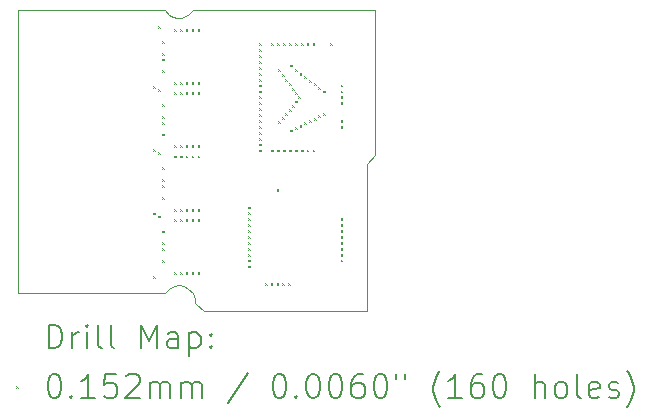
<source format=gbr>
%TF.GenerationSoftware,KiCad,Pcbnew,8.0.5*%
%TF.CreationDate,2025-10-23T09:57:48-05:00*%
%TF.ProjectId,iris-128s,69726973-2d31-4323-9873-2e6b69636164,1*%
%TF.SameCoordinates,Original*%
%TF.FileFunction,Drillmap*%
%TF.FilePolarity,Positive*%
%FSLAX45Y45*%
G04 Gerber Fmt 4.5, Leading zero omitted, Abs format (unit mm)*
G04 Created by KiCad (PCBNEW 8.0.5) date 2025-10-23 09:57:48*
%MOMM*%
%LPD*%
G01*
G04 APERTURE LIST*
%ADD10C,0.050000*%
%ADD11C,0.200000*%
%ADD12C,0.100000*%
G04 APERTURE END LIST*
D10*
X9550000Y-10400000D02*
X9550000Y-8000000D01*
X10990000Y-10360000D02*
X11030000Y-10400000D01*
X11000000Y-8035000D02*
X11030000Y-8000000D01*
X12570000Y-8000000D02*
X12570000Y-9230000D01*
X10790000Y-10400000D02*
X10830000Y-10360000D01*
X10895000Y-8070000D02*
X10930000Y-8070000D01*
X9550000Y-8000000D02*
X10790000Y-8000000D01*
X10830000Y-10360000D02*
X10870000Y-10340000D01*
X10790000Y-10400000D02*
X9550000Y-10400000D01*
X11030000Y-10400000D02*
X11050000Y-10450000D01*
X12100000Y-10550000D02*
X11120000Y-10550000D01*
X10790000Y-8000000D02*
X10825000Y-8040000D01*
X11050000Y-10450000D02*
X11050000Y-10480000D01*
X10950000Y-10340250D02*
X10990000Y-10360000D01*
X10970000Y-8055000D02*
X11000000Y-8035000D01*
X12500000Y-9300000D02*
X12500000Y-10550000D01*
X10910000Y-10330000D02*
X10950000Y-10340250D01*
X10930000Y-8070000D02*
X10970000Y-8055000D01*
X10825000Y-8040000D02*
X10860000Y-8060000D01*
X12570000Y-9230000D02*
X12500000Y-9300000D01*
X11120000Y-10550000D02*
X11050000Y-10480000D01*
X10870000Y-10340000D02*
X10910000Y-10330000D01*
X12500000Y-10550000D02*
X12100000Y-10550000D01*
X10860000Y-8060000D02*
X10895000Y-8070000D01*
X11030000Y-8000000D02*
X12570000Y-8000000D01*
D11*
D12*
X10691114Y-8644636D02*
X10706354Y-8659876D01*
X10706354Y-8644636D02*
X10691114Y-8659876D01*
X10691368Y-9179306D02*
X10706608Y-9194546D01*
X10706608Y-9179306D02*
X10691368Y-9194546D01*
X10691571Y-9715386D02*
X10706811Y-9730626D01*
X10706811Y-9715386D02*
X10691571Y-9730626D01*
X10691571Y-10250386D02*
X10706811Y-10265626D01*
X10706811Y-10250386D02*
X10691571Y-10265626D01*
X10734040Y-8134350D02*
X10749280Y-8149590D01*
X10749280Y-8134350D02*
X10734040Y-8149590D01*
X10734294Y-8669020D02*
X10749534Y-8684260D01*
X10749534Y-8669020D02*
X10734294Y-8684260D01*
X10734497Y-9205100D02*
X10749737Y-9220340D01*
X10749737Y-9205100D02*
X10734497Y-9220340D01*
X10734497Y-9740100D02*
X10749737Y-9755340D01*
X10749737Y-9740100D02*
X10734497Y-9755340D01*
X10767568Y-8262380D02*
X10782808Y-8277620D01*
X10782808Y-8262380D02*
X10767568Y-8277620D01*
X10767568Y-8362380D02*
X10782808Y-8377620D01*
X10782808Y-8362380D02*
X10767568Y-8377620D01*
X10767568Y-8412380D02*
X10782808Y-8427620D01*
X10782808Y-8412380D02*
X10767568Y-8427620D01*
X10767568Y-8512380D02*
X10782808Y-8527620D01*
X10782808Y-8512380D02*
X10767568Y-8527620D01*
X10767568Y-8797380D02*
X10782808Y-8812620D01*
X10782808Y-8797380D02*
X10767568Y-8812620D01*
X10767568Y-8897380D02*
X10782808Y-8912620D01*
X10782808Y-8897380D02*
X10767568Y-8912620D01*
X10767568Y-8947380D02*
X10782808Y-8962620D01*
X10782808Y-8947380D02*
X10767568Y-8962620D01*
X10767568Y-9047380D02*
X10782808Y-9062620D01*
X10782808Y-9047380D02*
X10767568Y-9062620D01*
X10767568Y-9332380D02*
X10782808Y-9347620D01*
X10782808Y-9332380D02*
X10767568Y-9347620D01*
X10767568Y-9432380D02*
X10782808Y-9447620D01*
X10782808Y-9432380D02*
X10767568Y-9447620D01*
X10767568Y-9482380D02*
X10782808Y-9497620D01*
X10782808Y-9482380D02*
X10767568Y-9497620D01*
X10767568Y-9582380D02*
X10782808Y-9597620D01*
X10782808Y-9582380D02*
X10767568Y-9597620D01*
X10767568Y-9867380D02*
X10782808Y-9882620D01*
X10782808Y-9867380D02*
X10767568Y-9882620D01*
X10767568Y-9967380D02*
X10782808Y-9982620D01*
X10782808Y-9967380D02*
X10767568Y-9982620D01*
X10767568Y-10017380D02*
X10782808Y-10032620D01*
X10782808Y-10017380D02*
X10767568Y-10032620D01*
X10767568Y-10117380D02*
X10782808Y-10132620D01*
X10782808Y-10117380D02*
X10767568Y-10132620D01*
X10867640Y-8162530D02*
X10882880Y-8177770D01*
X10882880Y-8162530D02*
X10867640Y-8177770D01*
X10867640Y-8611870D02*
X10882880Y-8627110D01*
X10882880Y-8611870D02*
X10867640Y-8627110D01*
X10867894Y-8697200D02*
X10883134Y-8712440D01*
X10883134Y-8697200D02*
X10867894Y-8712440D01*
X10867894Y-9146540D02*
X10883134Y-9161780D01*
X10883134Y-9146540D02*
X10867894Y-9161780D01*
X10868097Y-9233280D02*
X10883337Y-9248520D01*
X10883337Y-9233280D02*
X10868097Y-9248520D01*
X10868097Y-9682620D02*
X10883337Y-9697860D01*
X10883337Y-9682620D02*
X10868097Y-9697860D01*
X10868097Y-9768280D02*
X10883337Y-9783520D01*
X10883337Y-9768280D02*
X10868097Y-9783520D01*
X10868097Y-10217620D02*
X10883337Y-10232860D01*
X10883337Y-10217620D02*
X10868097Y-10232860D01*
X10918440Y-8162530D02*
X10933680Y-8177770D01*
X10933680Y-8162530D02*
X10918440Y-8177770D01*
X10918440Y-8611870D02*
X10933680Y-8627110D01*
X10933680Y-8611870D02*
X10918440Y-8627110D01*
X10918694Y-8697200D02*
X10933934Y-8712440D01*
X10933934Y-8697200D02*
X10918694Y-8712440D01*
X10918694Y-9146540D02*
X10933934Y-9161780D01*
X10933934Y-9146540D02*
X10918694Y-9161780D01*
X10918897Y-9233280D02*
X10934137Y-9248520D01*
X10934137Y-9233280D02*
X10918897Y-9248520D01*
X10918897Y-9682620D02*
X10934137Y-9697860D01*
X10934137Y-9682620D02*
X10918897Y-9697860D01*
X10918897Y-9768280D02*
X10934137Y-9783520D01*
X10934137Y-9768280D02*
X10918897Y-9783520D01*
X10918897Y-10217620D02*
X10934137Y-10232860D01*
X10934137Y-10217620D02*
X10918897Y-10232860D01*
X10966700Y-8162530D02*
X10981940Y-8177770D01*
X10981940Y-8162530D02*
X10966700Y-8177770D01*
X10966700Y-8611870D02*
X10981940Y-8627110D01*
X10981940Y-8611870D02*
X10966700Y-8627110D01*
X10966954Y-8697200D02*
X10982194Y-8712440D01*
X10982194Y-8697200D02*
X10966954Y-8712440D01*
X10966954Y-9146540D02*
X10982194Y-9161780D01*
X10982194Y-9146540D02*
X10966954Y-9161780D01*
X10967157Y-9233280D02*
X10982397Y-9248520D01*
X10982397Y-9233280D02*
X10967157Y-9248520D01*
X10967157Y-9682620D02*
X10982397Y-9697860D01*
X10982397Y-9682620D02*
X10967157Y-9697860D01*
X10967157Y-9768280D02*
X10982397Y-9783520D01*
X10982397Y-9768280D02*
X10967157Y-9783520D01*
X10967157Y-10217620D02*
X10982397Y-10232860D01*
X10982397Y-10217620D02*
X10967157Y-10232860D01*
X11017500Y-8162530D02*
X11032740Y-8177770D01*
X11032740Y-8162530D02*
X11017500Y-8177770D01*
X11017500Y-8611870D02*
X11032740Y-8627110D01*
X11032740Y-8611870D02*
X11017500Y-8627110D01*
X11017754Y-8697200D02*
X11032994Y-8712440D01*
X11032994Y-8697200D02*
X11017754Y-8712440D01*
X11017754Y-9146540D02*
X11032994Y-9161780D01*
X11032994Y-9146540D02*
X11017754Y-9161780D01*
X11017957Y-9233280D02*
X11033197Y-9248520D01*
X11033197Y-9233280D02*
X11017957Y-9248520D01*
X11017957Y-9682620D02*
X11033197Y-9697860D01*
X11033197Y-9682620D02*
X11017957Y-9697860D01*
X11017957Y-9768280D02*
X11033197Y-9783520D01*
X11033197Y-9768280D02*
X11017957Y-9783520D01*
X11017957Y-10217620D02*
X11033197Y-10232860D01*
X11033197Y-10217620D02*
X11017957Y-10232860D01*
X11068300Y-8162530D02*
X11083540Y-8177770D01*
X11083540Y-8162530D02*
X11068300Y-8177770D01*
X11068300Y-8611870D02*
X11083540Y-8627110D01*
X11083540Y-8611870D02*
X11068300Y-8627110D01*
X11068554Y-8697200D02*
X11083794Y-8712440D01*
X11083794Y-8697200D02*
X11068554Y-8712440D01*
X11068554Y-9146540D02*
X11083794Y-9161780D01*
X11083794Y-9146540D02*
X11068554Y-9161780D01*
X11068757Y-9233280D02*
X11083997Y-9248520D01*
X11083997Y-9233280D02*
X11068757Y-9248520D01*
X11068757Y-9682620D02*
X11083997Y-9697860D01*
X11083997Y-9682620D02*
X11068757Y-9697860D01*
X11068757Y-9768280D02*
X11083997Y-9783520D01*
X11083997Y-9768280D02*
X11068757Y-9783520D01*
X11068757Y-10217620D02*
X11083997Y-10232860D01*
X11083997Y-10217620D02*
X11068757Y-10232860D01*
X11496040Y-9663980D02*
X11511280Y-9679220D01*
X11511280Y-9663980D02*
X11496040Y-9679220D01*
X11496040Y-9713980D02*
X11511280Y-9729220D01*
X11511280Y-9713980D02*
X11496040Y-9729220D01*
X11496040Y-9763980D02*
X11511280Y-9779220D01*
X11511280Y-9763980D02*
X11496040Y-9779220D01*
X11496040Y-9813980D02*
X11511280Y-9829220D01*
X11511280Y-9813980D02*
X11496040Y-9829220D01*
X11496040Y-9863980D02*
X11511280Y-9879220D01*
X11511280Y-9863980D02*
X11496040Y-9879220D01*
X11496040Y-9913980D02*
X11511280Y-9929220D01*
X11511280Y-9913980D02*
X11496040Y-9929220D01*
X11496040Y-9963980D02*
X11511280Y-9979220D01*
X11511280Y-9963980D02*
X11496040Y-9979220D01*
X11496040Y-10013980D02*
X11511280Y-10029220D01*
X11511280Y-10013980D02*
X11496040Y-10029220D01*
X11496040Y-10063980D02*
X11511280Y-10079220D01*
X11511280Y-10063980D02*
X11496040Y-10079220D01*
X11496040Y-10113980D02*
X11511280Y-10129220D01*
X11511280Y-10113980D02*
X11496040Y-10129220D01*
X11496040Y-10163980D02*
X11511280Y-10179220D01*
X11511280Y-10163980D02*
X11496040Y-10179220D01*
X11592518Y-8282062D02*
X11607758Y-8297302D01*
X11607758Y-8282062D02*
X11592518Y-8297302D01*
X11592518Y-8332062D02*
X11607758Y-8347302D01*
X11607758Y-8332062D02*
X11592518Y-8347302D01*
X11592518Y-8382062D02*
X11607758Y-8397302D01*
X11607758Y-8382062D02*
X11592518Y-8397302D01*
X11592518Y-8432062D02*
X11607758Y-8447302D01*
X11607758Y-8432062D02*
X11592518Y-8447302D01*
X11592518Y-8482062D02*
X11607758Y-8497302D01*
X11607758Y-8482062D02*
X11592518Y-8497302D01*
X11592518Y-8532062D02*
X11607758Y-8547302D01*
X11607758Y-8532062D02*
X11592518Y-8547302D01*
X11592518Y-8582062D02*
X11607758Y-8597302D01*
X11607758Y-8582062D02*
X11592518Y-8597302D01*
X11592518Y-8632062D02*
X11607758Y-8647302D01*
X11607758Y-8632062D02*
X11592518Y-8647302D01*
X11592518Y-8682062D02*
X11607758Y-8697302D01*
X11607758Y-8682062D02*
X11592518Y-8697302D01*
X11592518Y-8732062D02*
X11607758Y-8747302D01*
X11607758Y-8732062D02*
X11592518Y-8747302D01*
X11592518Y-8782062D02*
X11607758Y-8797302D01*
X11607758Y-8782062D02*
X11592518Y-8797302D01*
X11592518Y-8832062D02*
X11607758Y-8847302D01*
X11607758Y-8832062D02*
X11592518Y-8847302D01*
X11592518Y-8882062D02*
X11607758Y-8897302D01*
X11607758Y-8882062D02*
X11592518Y-8897302D01*
X11592518Y-8932062D02*
X11607758Y-8947302D01*
X11607758Y-8932062D02*
X11592518Y-8947302D01*
X11592518Y-8982062D02*
X11607758Y-8997302D01*
X11607758Y-8982062D02*
X11592518Y-8997302D01*
X11592518Y-9032062D02*
X11607758Y-9047302D01*
X11607758Y-9032062D02*
X11592518Y-9047302D01*
X11592518Y-9082062D02*
X11607758Y-9097302D01*
X11607758Y-9082062D02*
X11592518Y-9097302D01*
X11592518Y-9132062D02*
X11607758Y-9147302D01*
X11607758Y-9132062D02*
X11592518Y-9147302D01*
X11592518Y-9182062D02*
X11607758Y-9197302D01*
X11607758Y-9182062D02*
X11592518Y-9197302D01*
X11637334Y-10313980D02*
X11652574Y-10329220D01*
X11652574Y-10313980D02*
X11637334Y-10329220D01*
X11687334Y-10313980D02*
X11702574Y-10329220D01*
X11702574Y-10313980D02*
X11687334Y-10329220D01*
X11692518Y-8282062D02*
X11707758Y-8297302D01*
X11707758Y-8282062D02*
X11692518Y-8297302D01*
X11692518Y-9182062D02*
X11707758Y-9197302D01*
X11707758Y-9182062D02*
X11692518Y-9197302D01*
X11737334Y-10313980D02*
X11752574Y-10329220D01*
X11752574Y-10313980D02*
X11737334Y-10329220D01*
X11737380Y-9513980D02*
X11752620Y-9529220D01*
X11752620Y-9513980D02*
X11737380Y-9529220D01*
X11742518Y-8282062D02*
X11757758Y-8297302D01*
X11757758Y-8282062D02*
X11742518Y-8297302D01*
X11742518Y-9182062D02*
X11757758Y-9197302D01*
X11757758Y-9182062D02*
X11742518Y-9197302D01*
X11752518Y-8502062D02*
X11767758Y-8517302D01*
X11767758Y-8502062D02*
X11752518Y-8517302D01*
X11752518Y-8944062D02*
X11767758Y-8959302D01*
X11767758Y-8944062D02*
X11752518Y-8959302D01*
X11782518Y-8542062D02*
X11797758Y-8557302D01*
X11797758Y-8542062D02*
X11782518Y-8557302D01*
X11782518Y-8909062D02*
X11797758Y-8924302D01*
X11797758Y-8909062D02*
X11782518Y-8924302D01*
X11787334Y-10313980D02*
X11802574Y-10329220D01*
X11802574Y-10313980D02*
X11787334Y-10329220D01*
X11792518Y-8282062D02*
X11807758Y-8297302D01*
X11807758Y-8282062D02*
X11792518Y-8297302D01*
X11792518Y-9182062D02*
X11807758Y-9197302D01*
X11807758Y-9182062D02*
X11792518Y-9197302D01*
X11812518Y-8582062D02*
X11827758Y-8597302D01*
X11827758Y-8582062D02*
X11812518Y-8597302D01*
X11812518Y-8874062D02*
X11827758Y-8889302D01*
X11827758Y-8874062D02*
X11812518Y-8889302D01*
X11837334Y-10313980D02*
X11852574Y-10329220D01*
X11852574Y-10313980D02*
X11837334Y-10329220D01*
X11842518Y-8282062D02*
X11857758Y-8297302D01*
X11857758Y-8282062D02*
X11842518Y-8297302D01*
X11842518Y-8622062D02*
X11857758Y-8637302D01*
X11857758Y-8622062D02*
X11842518Y-8637302D01*
X11842518Y-8839062D02*
X11857758Y-8854302D01*
X11857758Y-8839062D02*
X11842518Y-8854302D01*
X11842518Y-9182062D02*
X11857758Y-9197302D01*
X11857758Y-9182062D02*
X11842518Y-9197302D01*
X11852518Y-8462062D02*
X11867758Y-8477302D01*
X11867758Y-8462062D02*
X11852518Y-8477302D01*
X11852518Y-9012062D02*
X11867758Y-9027302D01*
X11867758Y-9012062D02*
X11852518Y-9027302D01*
X11872518Y-8662062D02*
X11887758Y-8677302D01*
X11887758Y-8662062D02*
X11872518Y-8677302D01*
X11872518Y-8802062D02*
X11887758Y-8817302D01*
X11887758Y-8802062D02*
X11872518Y-8817302D01*
X11892518Y-8282062D02*
X11907758Y-8297302D01*
X11907758Y-8282062D02*
X11892518Y-8297302D01*
X11892518Y-8502062D02*
X11907758Y-8517302D01*
X11907758Y-8502062D02*
X11892518Y-8517302D01*
X11892518Y-8992062D02*
X11907758Y-9007302D01*
X11907758Y-8992062D02*
X11892518Y-9007302D01*
X11892518Y-9182062D02*
X11907758Y-9197302D01*
X11907758Y-9182062D02*
X11892518Y-9197302D01*
X11897518Y-8697062D02*
X11912758Y-8712302D01*
X11912758Y-8697062D02*
X11897518Y-8712302D01*
X11897518Y-8767062D02*
X11912758Y-8782302D01*
X11912758Y-8767062D02*
X11897518Y-8782302D01*
X11922518Y-8732062D02*
X11937758Y-8747302D01*
X11937758Y-8732062D02*
X11922518Y-8747302D01*
X11932518Y-8532062D02*
X11947758Y-8547302D01*
X11947758Y-8532062D02*
X11932518Y-8547302D01*
X11932518Y-8972062D02*
X11947758Y-8987302D01*
X11947758Y-8972062D02*
X11932518Y-8987302D01*
X11942518Y-8282062D02*
X11957758Y-8297302D01*
X11957758Y-8282062D02*
X11942518Y-8297302D01*
X11942518Y-9182062D02*
X11957758Y-9197302D01*
X11957758Y-9182062D02*
X11942518Y-9197302D01*
X11972518Y-8562062D02*
X11987758Y-8577302D01*
X11987758Y-8562062D02*
X11972518Y-8577302D01*
X11972518Y-8952062D02*
X11987758Y-8967302D01*
X11987758Y-8952062D02*
X11972518Y-8967302D01*
X11992518Y-8282062D02*
X12007758Y-8297302D01*
X12007758Y-8282062D02*
X11992518Y-8297302D01*
X11992518Y-9182062D02*
X12007758Y-9197302D01*
X12007758Y-9182062D02*
X11992518Y-9197302D01*
X12012518Y-8592062D02*
X12027758Y-8607302D01*
X12027758Y-8592062D02*
X12012518Y-8607302D01*
X12012518Y-8932062D02*
X12027758Y-8947302D01*
X12027758Y-8932062D02*
X12012518Y-8947302D01*
X12042518Y-8282062D02*
X12057758Y-8297302D01*
X12057758Y-8282062D02*
X12042518Y-8297302D01*
X12042518Y-9182062D02*
X12057758Y-9197302D01*
X12057758Y-9182062D02*
X12042518Y-9197302D01*
X12052518Y-8622062D02*
X12067758Y-8637302D01*
X12067758Y-8622062D02*
X12052518Y-8637302D01*
X12052518Y-8912062D02*
X12067758Y-8927302D01*
X12067758Y-8912062D02*
X12052518Y-8927302D01*
X12092518Y-8652062D02*
X12107758Y-8667302D01*
X12107758Y-8652062D02*
X12092518Y-8667302D01*
X12092518Y-8892062D02*
X12107758Y-8907302D01*
X12107758Y-8892062D02*
X12092518Y-8907302D01*
X12132518Y-8682062D02*
X12147758Y-8697302D01*
X12147758Y-8682062D02*
X12132518Y-8697302D01*
X12132518Y-8872062D02*
X12147758Y-8887302D01*
X12147758Y-8872062D02*
X12132518Y-8887302D01*
X12192380Y-8282062D02*
X12207620Y-8297302D01*
X12207620Y-8282062D02*
X12192380Y-8297302D01*
X12279252Y-10063980D02*
X12294492Y-10079220D01*
X12294492Y-10063980D02*
X12279252Y-10079220D01*
X12279252Y-10113980D02*
X12294492Y-10129220D01*
X12294492Y-10113980D02*
X12279252Y-10129220D01*
X12279442Y-9813916D02*
X12294682Y-9829156D01*
X12294682Y-9813916D02*
X12279442Y-9829156D01*
X12279442Y-9863916D02*
X12294682Y-9879156D01*
X12294682Y-9863916D02*
X12279442Y-9879156D01*
X12279442Y-9913916D02*
X12294682Y-9929156D01*
X12294682Y-9913916D02*
X12279442Y-9929156D01*
X12279442Y-9963916D02*
X12294682Y-9979156D01*
X12294682Y-9963916D02*
X12279442Y-9979156D01*
X12279442Y-10013916D02*
X12294682Y-10029156D01*
X12294682Y-10013916D02*
X12279442Y-10029156D01*
X12279459Y-8981440D02*
X12294699Y-8996680D01*
X12294699Y-8981440D02*
X12279459Y-8996680D01*
X12279630Y-8632380D02*
X12294870Y-8647620D01*
X12294870Y-8632380D02*
X12279630Y-8647620D01*
X12279630Y-8682380D02*
X12294870Y-8697620D01*
X12294870Y-8682380D02*
X12279630Y-8697620D01*
X12279630Y-8732266D02*
X12294870Y-8747506D01*
X12294870Y-8732266D02*
X12279630Y-8747506D01*
X12279630Y-8782380D02*
X12294870Y-8797620D01*
X12294870Y-8782380D02*
X12279630Y-8797620D01*
X12279630Y-8932380D02*
X12294870Y-8947620D01*
X12294870Y-8932380D02*
X12279630Y-8947620D01*
X12279630Y-9763980D02*
X12294870Y-9779220D01*
X12294870Y-9763980D02*
X12279630Y-9779220D01*
D11*
X9808277Y-10863984D02*
X9808277Y-10663984D01*
X9808277Y-10663984D02*
X9855896Y-10663984D01*
X9855896Y-10663984D02*
X9884467Y-10673508D01*
X9884467Y-10673508D02*
X9903515Y-10692555D01*
X9903515Y-10692555D02*
X9913039Y-10711603D01*
X9913039Y-10711603D02*
X9922563Y-10749698D01*
X9922563Y-10749698D02*
X9922563Y-10778270D01*
X9922563Y-10778270D02*
X9913039Y-10816365D01*
X9913039Y-10816365D02*
X9903515Y-10835412D01*
X9903515Y-10835412D02*
X9884467Y-10854460D01*
X9884467Y-10854460D02*
X9855896Y-10863984D01*
X9855896Y-10863984D02*
X9808277Y-10863984D01*
X10008277Y-10863984D02*
X10008277Y-10730650D01*
X10008277Y-10768746D02*
X10017801Y-10749698D01*
X10017801Y-10749698D02*
X10027324Y-10740174D01*
X10027324Y-10740174D02*
X10046372Y-10730650D01*
X10046372Y-10730650D02*
X10065420Y-10730650D01*
X10132086Y-10863984D02*
X10132086Y-10730650D01*
X10132086Y-10663984D02*
X10122563Y-10673508D01*
X10122563Y-10673508D02*
X10132086Y-10683031D01*
X10132086Y-10683031D02*
X10141610Y-10673508D01*
X10141610Y-10673508D02*
X10132086Y-10663984D01*
X10132086Y-10663984D02*
X10132086Y-10683031D01*
X10255896Y-10863984D02*
X10236848Y-10854460D01*
X10236848Y-10854460D02*
X10227324Y-10835412D01*
X10227324Y-10835412D02*
X10227324Y-10663984D01*
X10360658Y-10863984D02*
X10341610Y-10854460D01*
X10341610Y-10854460D02*
X10332086Y-10835412D01*
X10332086Y-10835412D02*
X10332086Y-10663984D01*
X10589229Y-10863984D02*
X10589229Y-10663984D01*
X10589229Y-10663984D02*
X10655896Y-10806841D01*
X10655896Y-10806841D02*
X10722563Y-10663984D01*
X10722563Y-10663984D02*
X10722563Y-10863984D01*
X10903515Y-10863984D02*
X10903515Y-10759222D01*
X10903515Y-10759222D02*
X10893991Y-10740174D01*
X10893991Y-10740174D02*
X10874944Y-10730650D01*
X10874944Y-10730650D02*
X10836848Y-10730650D01*
X10836848Y-10730650D02*
X10817801Y-10740174D01*
X10903515Y-10854460D02*
X10884467Y-10863984D01*
X10884467Y-10863984D02*
X10836848Y-10863984D01*
X10836848Y-10863984D02*
X10817801Y-10854460D01*
X10817801Y-10854460D02*
X10808277Y-10835412D01*
X10808277Y-10835412D02*
X10808277Y-10816365D01*
X10808277Y-10816365D02*
X10817801Y-10797317D01*
X10817801Y-10797317D02*
X10836848Y-10787793D01*
X10836848Y-10787793D02*
X10884467Y-10787793D01*
X10884467Y-10787793D02*
X10903515Y-10778270D01*
X10998753Y-10730650D02*
X10998753Y-10930650D01*
X10998753Y-10740174D02*
X11017801Y-10730650D01*
X11017801Y-10730650D02*
X11055896Y-10730650D01*
X11055896Y-10730650D02*
X11074944Y-10740174D01*
X11074944Y-10740174D02*
X11084467Y-10749698D01*
X11084467Y-10749698D02*
X11093991Y-10768746D01*
X11093991Y-10768746D02*
X11093991Y-10825889D01*
X11093991Y-10825889D02*
X11084467Y-10844936D01*
X11084467Y-10844936D02*
X11074944Y-10854460D01*
X11074944Y-10854460D02*
X11055896Y-10863984D01*
X11055896Y-10863984D02*
X11017801Y-10863984D01*
X11017801Y-10863984D02*
X10998753Y-10854460D01*
X11179705Y-10844936D02*
X11189229Y-10854460D01*
X11189229Y-10854460D02*
X11179705Y-10863984D01*
X11179705Y-10863984D02*
X11170182Y-10854460D01*
X11170182Y-10854460D02*
X11179705Y-10844936D01*
X11179705Y-10844936D02*
X11179705Y-10863984D01*
X11179705Y-10740174D02*
X11189229Y-10749698D01*
X11189229Y-10749698D02*
X11179705Y-10759222D01*
X11179705Y-10759222D02*
X11170182Y-10749698D01*
X11170182Y-10749698D02*
X11179705Y-10740174D01*
X11179705Y-10740174D02*
X11179705Y-10759222D01*
D12*
X9532260Y-11184880D02*
X9547500Y-11200120D01*
X9547500Y-11184880D02*
X9532260Y-11200120D01*
D11*
X9846372Y-11083984D02*
X9865420Y-11083984D01*
X9865420Y-11083984D02*
X9884467Y-11093508D01*
X9884467Y-11093508D02*
X9893991Y-11103031D01*
X9893991Y-11103031D02*
X9903515Y-11122079D01*
X9903515Y-11122079D02*
X9913039Y-11160174D01*
X9913039Y-11160174D02*
X9913039Y-11207793D01*
X9913039Y-11207793D02*
X9903515Y-11245888D01*
X9903515Y-11245888D02*
X9893991Y-11264936D01*
X9893991Y-11264936D02*
X9884467Y-11274460D01*
X9884467Y-11274460D02*
X9865420Y-11283984D01*
X9865420Y-11283984D02*
X9846372Y-11283984D01*
X9846372Y-11283984D02*
X9827324Y-11274460D01*
X9827324Y-11274460D02*
X9817801Y-11264936D01*
X9817801Y-11264936D02*
X9808277Y-11245888D01*
X9808277Y-11245888D02*
X9798753Y-11207793D01*
X9798753Y-11207793D02*
X9798753Y-11160174D01*
X9798753Y-11160174D02*
X9808277Y-11122079D01*
X9808277Y-11122079D02*
X9817801Y-11103031D01*
X9817801Y-11103031D02*
X9827324Y-11093508D01*
X9827324Y-11093508D02*
X9846372Y-11083984D01*
X9998753Y-11264936D02*
X10008277Y-11274460D01*
X10008277Y-11274460D02*
X9998753Y-11283984D01*
X9998753Y-11283984D02*
X9989229Y-11274460D01*
X9989229Y-11274460D02*
X9998753Y-11264936D01*
X9998753Y-11264936D02*
X9998753Y-11283984D01*
X10198753Y-11283984D02*
X10084467Y-11283984D01*
X10141610Y-11283984D02*
X10141610Y-11083984D01*
X10141610Y-11083984D02*
X10122563Y-11112555D01*
X10122563Y-11112555D02*
X10103515Y-11131603D01*
X10103515Y-11131603D02*
X10084467Y-11141127D01*
X10379705Y-11083984D02*
X10284467Y-11083984D01*
X10284467Y-11083984D02*
X10274944Y-11179222D01*
X10274944Y-11179222D02*
X10284467Y-11169698D01*
X10284467Y-11169698D02*
X10303515Y-11160174D01*
X10303515Y-11160174D02*
X10351134Y-11160174D01*
X10351134Y-11160174D02*
X10370182Y-11169698D01*
X10370182Y-11169698D02*
X10379705Y-11179222D01*
X10379705Y-11179222D02*
X10389229Y-11198269D01*
X10389229Y-11198269D02*
X10389229Y-11245888D01*
X10389229Y-11245888D02*
X10379705Y-11264936D01*
X10379705Y-11264936D02*
X10370182Y-11274460D01*
X10370182Y-11274460D02*
X10351134Y-11283984D01*
X10351134Y-11283984D02*
X10303515Y-11283984D01*
X10303515Y-11283984D02*
X10284467Y-11274460D01*
X10284467Y-11274460D02*
X10274944Y-11264936D01*
X10465420Y-11103031D02*
X10474944Y-11093508D01*
X10474944Y-11093508D02*
X10493991Y-11083984D01*
X10493991Y-11083984D02*
X10541610Y-11083984D01*
X10541610Y-11083984D02*
X10560658Y-11093508D01*
X10560658Y-11093508D02*
X10570182Y-11103031D01*
X10570182Y-11103031D02*
X10579705Y-11122079D01*
X10579705Y-11122079D02*
X10579705Y-11141127D01*
X10579705Y-11141127D02*
X10570182Y-11169698D01*
X10570182Y-11169698D02*
X10455896Y-11283984D01*
X10455896Y-11283984D02*
X10579705Y-11283984D01*
X10665420Y-11283984D02*
X10665420Y-11150650D01*
X10665420Y-11169698D02*
X10674944Y-11160174D01*
X10674944Y-11160174D02*
X10693991Y-11150650D01*
X10693991Y-11150650D02*
X10722563Y-11150650D01*
X10722563Y-11150650D02*
X10741610Y-11160174D01*
X10741610Y-11160174D02*
X10751134Y-11179222D01*
X10751134Y-11179222D02*
X10751134Y-11283984D01*
X10751134Y-11179222D02*
X10760658Y-11160174D01*
X10760658Y-11160174D02*
X10779705Y-11150650D01*
X10779705Y-11150650D02*
X10808277Y-11150650D01*
X10808277Y-11150650D02*
X10827325Y-11160174D01*
X10827325Y-11160174D02*
X10836848Y-11179222D01*
X10836848Y-11179222D02*
X10836848Y-11283984D01*
X10932086Y-11283984D02*
X10932086Y-11150650D01*
X10932086Y-11169698D02*
X10941610Y-11160174D01*
X10941610Y-11160174D02*
X10960658Y-11150650D01*
X10960658Y-11150650D02*
X10989229Y-11150650D01*
X10989229Y-11150650D02*
X11008277Y-11160174D01*
X11008277Y-11160174D02*
X11017801Y-11179222D01*
X11017801Y-11179222D02*
X11017801Y-11283984D01*
X11017801Y-11179222D02*
X11027325Y-11160174D01*
X11027325Y-11160174D02*
X11046372Y-11150650D01*
X11046372Y-11150650D02*
X11074944Y-11150650D01*
X11074944Y-11150650D02*
X11093991Y-11160174D01*
X11093991Y-11160174D02*
X11103515Y-11179222D01*
X11103515Y-11179222D02*
X11103515Y-11283984D01*
X11493991Y-11074460D02*
X11322563Y-11331603D01*
X11751134Y-11083984D02*
X11770182Y-11083984D01*
X11770182Y-11083984D02*
X11789229Y-11093508D01*
X11789229Y-11093508D02*
X11798753Y-11103031D01*
X11798753Y-11103031D02*
X11808277Y-11122079D01*
X11808277Y-11122079D02*
X11817801Y-11160174D01*
X11817801Y-11160174D02*
X11817801Y-11207793D01*
X11817801Y-11207793D02*
X11808277Y-11245888D01*
X11808277Y-11245888D02*
X11798753Y-11264936D01*
X11798753Y-11264936D02*
X11789229Y-11274460D01*
X11789229Y-11274460D02*
X11770182Y-11283984D01*
X11770182Y-11283984D02*
X11751134Y-11283984D01*
X11751134Y-11283984D02*
X11732086Y-11274460D01*
X11732086Y-11274460D02*
X11722563Y-11264936D01*
X11722563Y-11264936D02*
X11713039Y-11245888D01*
X11713039Y-11245888D02*
X11703515Y-11207793D01*
X11703515Y-11207793D02*
X11703515Y-11160174D01*
X11703515Y-11160174D02*
X11713039Y-11122079D01*
X11713039Y-11122079D02*
X11722563Y-11103031D01*
X11722563Y-11103031D02*
X11732086Y-11093508D01*
X11732086Y-11093508D02*
X11751134Y-11083984D01*
X11903515Y-11264936D02*
X11913039Y-11274460D01*
X11913039Y-11274460D02*
X11903515Y-11283984D01*
X11903515Y-11283984D02*
X11893991Y-11274460D01*
X11893991Y-11274460D02*
X11903515Y-11264936D01*
X11903515Y-11264936D02*
X11903515Y-11283984D01*
X12036848Y-11083984D02*
X12055896Y-11083984D01*
X12055896Y-11083984D02*
X12074944Y-11093508D01*
X12074944Y-11093508D02*
X12084467Y-11103031D01*
X12084467Y-11103031D02*
X12093991Y-11122079D01*
X12093991Y-11122079D02*
X12103515Y-11160174D01*
X12103515Y-11160174D02*
X12103515Y-11207793D01*
X12103515Y-11207793D02*
X12093991Y-11245888D01*
X12093991Y-11245888D02*
X12084467Y-11264936D01*
X12084467Y-11264936D02*
X12074944Y-11274460D01*
X12074944Y-11274460D02*
X12055896Y-11283984D01*
X12055896Y-11283984D02*
X12036848Y-11283984D01*
X12036848Y-11283984D02*
X12017801Y-11274460D01*
X12017801Y-11274460D02*
X12008277Y-11264936D01*
X12008277Y-11264936D02*
X11998753Y-11245888D01*
X11998753Y-11245888D02*
X11989229Y-11207793D01*
X11989229Y-11207793D02*
X11989229Y-11160174D01*
X11989229Y-11160174D02*
X11998753Y-11122079D01*
X11998753Y-11122079D02*
X12008277Y-11103031D01*
X12008277Y-11103031D02*
X12017801Y-11093508D01*
X12017801Y-11093508D02*
X12036848Y-11083984D01*
X12227325Y-11083984D02*
X12246372Y-11083984D01*
X12246372Y-11083984D02*
X12265420Y-11093508D01*
X12265420Y-11093508D02*
X12274944Y-11103031D01*
X12274944Y-11103031D02*
X12284467Y-11122079D01*
X12284467Y-11122079D02*
X12293991Y-11160174D01*
X12293991Y-11160174D02*
X12293991Y-11207793D01*
X12293991Y-11207793D02*
X12284467Y-11245888D01*
X12284467Y-11245888D02*
X12274944Y-11264936D01*
X12274944Y-11264936D02*
X12265420Y-11274460D01*
X12265420Y-11274460D02*
X12246372Y-11283984D01*
X12246372Y-11283984D02*
X12227325Y-11283984D01*
X12227325Y-11283984D02*
X12208277Y-11274460D01*
X12208277Y-11274460D02*
X12198753Y-11264936D01*
X12198753Y-11264936D02*
X12189229Y-11245888D01*
X12189229Y-11245888D02*
X12179706Y-11207793D01*
X12179706Y-11207793D02*
X12179706Y-11160174D01*
X12179706Y-11160174D02*
X12189229Y-11122079D01*
X12189229Y-11122079D02*
X12198753Y-11103031D01*
X12198753Y-11103031D02*
X12208277Y-11093508D01*
X12208277Y-11093508D02*
X12227325Y-11083984D01*
X12465420Y-11083984D02*
X12427325Y-11083984D01*
X12427325Y-11083984D02*
X12408277Y-11093508D01*
X12408277Y-11093508D02*
X12398753Y-11103031D01*
X12398753Y-11103031D02*
X12379706Y-11131603D01*
X12379706Y-11131603D02*
X12370182Y-11169698D01*
X12370182Y-11169698D02*
X12370182Y-11245888D01*
X12370182Y-11245888D02*
X12379706Y-11264936D01*
X12379706Y-11264936D02*
X12389229Y-11274460D01*
X12389229Y-11274460D02*
X12408277Y-11283984D01*
X12408277Y-11283984D02*
X12446372Y-11283984D01*
X12446372Y-11283984D02*
X12465420Y-11274460D01*
X12465420Y-11274460D02*
X12474944Y-11264936D01*
X12474944Y-11264936D02*
X12484467Y-11245888D01*
X12484467Y-11245888D02*
X12484467Y-11198269D01*
X12484467Y-11198269D02*
X12474944Y-11179222D01*
X12474944Y-11179222D02*
X12465420Y-11169698D01*
X12465420Y-11169698D02*
X12446372Y-11160174D01*
X12446372Y-11160174D02*
X12408277Y-11160174D01*
X12408277Y-11160174D02*
X12389229Y-11169698D01*
X12389229Y-11169698D02*
X12379706Y-11179222D01*
X12379706Y-11179222D02*
X12370182Y-11198269D01*
X12608277Y-11083984D02*
X12627325Y-11083984D01*
X12627325Y-11083984D02*
X12646372Y-11093508D01*
X12646372Y-11093508D02*
X12655896Y-11103031D01*
X12655896Y-11103031D02*
X12665420Y-11122079D01*
X12665420Y-11122079D02*
X12674944Y-11160174D01*
X12674944Y-11160174D02*
X12674944Y-11207793D01*
X12674944Y-11207793D02*
X12665420Y-11245888D01*
X12665420Y-11245888D02*
X12655896Y-11264936D01*
X12655896Y-11264936D02*
X12646372Y-11274460D01*
X12646372Y-11274460D02*
X12627325Y-11283984D01*
X12627325Y-11283984D02*
X12608277Y-11283984D01*
X12608277Y-11283984D02*
X12589229Y-11274460D01*
X12589229Y-11274460D02*
X12579706Y-11264936D01*
X12579706Y-11264936D02*
X12570182Y-11245888D01*
X12570182Y-11245888D02*
X12560658Y-11207793D01*
X12560658Y-11207793D02*
X12560658Y-11160174D01*
X12560658Y-11160174D02*
X12570182Y-11122079D01*
X12570182Y-11122079D02*
X12579706Y-11103031D01*
X12579706Y-11103031D02*
X12589229Y-11093508D01*
X12589229Y-11093508D02*
X12608277Y-11083984D01*
X12751134Y-11083984D02*
X12751134Y-11122079D01*
X12827325Y-11083984D02*
X12827325Y-11122079D01*
X13122563Y-11360174D02*
X13113039Y-11350650D01*
X13113039Y-11350650D02*
X13093991Y-11322079D01*
X13093991Y-11322079D02*
X13084468Y-11303031D01*
X13084468Y-11303031D02*
X13074944Y-11274460D01*
X13074944Y-11274460D02*
X13065420Y-11226841D01*
X13065420Y-11226841D02*
X13065420Y-11188746D01*
X13065420Y-11188746D02*
X13074944Y-11141127D01*
X13074944Y-11141127D02*
X13084468Y-11112555D01*
X13084468Y-11112555D02*
X13093991Y-11093508D01*
X13093991Y-11093508D02*
X13113039Y-11064936D01*
X13113039Y-11064936D02*
X13122563Y-11055412D01*
X13303515Y-11283984D02*
X13189229Y-11283984D01*
X13246372Y-11283984D02*
X13246372Y-11083984D01*
X13246372Y-11083984D02*
X13227325Y-11112555D01*
X13227325Y-11112555D02*
X13208277Y-11131603D01*
X13208277Y-11131603D02*
X13189229Y-11141127D01*
X13474944Y-11083984D02*
X13436848Y-11083984D01*
X13436848Y-11083984D02*
X13417801Y-11093508D01*
X13417801Y-11093508D02*
X13408277Y-11103031D01*
X13408277Y-11103031D02*
X13389229Y-11131603D01*
X13389229Y-11131603D02*
X13379706Y-11169698D01*
X13379706Y-11169698D02*
X13379706Y-11245888D01*
X13379706Y-11245888D02*
X13389229Y-11264936D01*
X13389229Y-11264936D02*
X13398753Y-11274460D01*
X13398753Y-11274460D02*
X13417801Y-11283984D01*
X13417801Y-11283984D02*
X13455896Y-11283984D01*
X13455896Y-11283984D02*
X13474944Y-11274460D01*
X13474944Y-11274460D02*
X13484468Y-11264936D01*
X13484468Y-11264936D02*
X13493991Y-11245888D01*
X13493991Y-11245888D02*
X13493991Y-11198269D01*
X13493991Y-11198269D02*
X13484468Y-11179222D01*
X13484468Y-11179222D02*
X13474944Y-11169698D01*
X13474944Y-11169698D02*
X13455896Y-11160174D01*
X13455896Y-11160174D02*
X13417801Y-11160174D01*
X13417801Y-11160174D02*
X13398753Y-11169698D01*
X13398753Y-11169698D02*
X13389229Y-11179222D01*
X13389229Y-11179222D02*
X13379706Y-11198269D01*
X13617801Y-11083984D02*
X13636849Y-11083984D01*
X13636849Y-11083984D02*
X13655896Y-11093508D01*
X13655896Y-11093508D02*
X13665420Y-11103031D01*
X13665420Y-11103031D02*
X13674944Y-11122079D01*
X13674944Y-11122079D02*
X13684468Y-11160174D01*
X13684468Y-11160174D02*
X13684468Y-11207793D01*
X13684468Y-11207793D02*
X13674944Y-11245888D01*
X13674944Y-11245888D02*
X13665420Y-11264936D01*
X13665420Y-11264936D02*
X13655896Y-11274460D01*
X13655896Y-11274460D02*
X13636849Y-11283984D01*
X13636849Y-11283984D02*
X13617801Y-11283984D01*
X13617801Y-11283984D02*
X13598753Y-11274460D01*
X13598753Y-11274460D02*
X13589229Y-11264936D01*
X13589229Y-11264936D02*
X13579706Y-11245888D01*
X13579706Y-11245888D02*
X13570182Y-11207793D01*
X13570182Y-11207793D02*
X13570182Y-11160174D01*
X13570182Y-11160174D02*
X13579706Y-11122079D01*
X13579706Y-11122079D02*
X13589229Y-11103031D01*
X13589229Y-11103031D02*
X13598753Y-11093508D01*
X13598753Y-11093508D02*
X13617801Y-11083984D01*
X13922563Y-11283984D02*
X13922563Y-11083984D01*
X14008277Y-11283984D02*
X14008277Y-11179222D01*
X14008277Y-11179222D02*
X13998753Y-11160174D01*
X13998753Y-11160174D02*
X13979706Y-11150650D01*
X13979706Y-11150650D02*
X13951134Y-11150650D01*
X13951134Y-11150650D02*
X13932087Y-11160174D01*
X13932087Y-11160174D02*
X13922563Y-11169698D01*
X14132087Y-11283984D02*
X14113039Y-11274460D01*
X14113039Y-11274460D02*
X14103515Y-11264936D01*
X14103515Y-11264936D02*
X14093991Y-11245888D01*
X14093991Y-11245888D02*
X14093991Y-11188746D01*
X14093991Y-11188746D02*
X14103515Y-11169698D01*
X14103515Y-11169698D02*
X14113039Y-11160174D01*
X14113039Y-11160174D02*
X14132087Y-11150650D01*
X14132087Y-11150650D02*
X14160658Y-11150650D01*
X14160658Y-11150650D02*
X14179706Y-11160174D01*
X14179706Y-11160174D02*
X14189230Y-11169698D01*
X14189230Y-11169698D02*
X14198753Y-11188746D01*
X14198753Y-11188746D02*
X14198753Y-11245888D01*
X14198753Y-11245888D02*
X14189230Y-11264936D01*
X14189230Y-11264936D02*
X14179706Y-11274460D01*
X14179706Y-11274460D02*
X14160658Y-11283984D01*
X14160658Y-11283984D02*
X14132087Y-11283984D01*
X14313039Y-11283984D02*
X14293991Y-11274460D01*
X14293991Y-11274460D02*
X14284468Y-11255412D01*
X14284468Y-11255412D02*
X14284468Y-11083984D01*
X14465420Y-11274460D02*
X14446372Y-11283984D01*
X14446372Y-11283984D02*
X14408277Y-11283984D01*
X14408277Y-11283984D02*
X14389230Y-11274460D01*
X14389230Y-11274460D02*
X14379706Y-11255412D01*
X14379706Y-11255412D02*
X14379706Y-11179222D01*
X14379706Y-11179222D02*
X14389230Y-11160174D01*
X14389230Y-11160174D02*
X14408277Y-11150650D01*
X14408277Y-11150650D02*
X14446372Y-11150650D01*
X14446372Y-11150650D02*
X14465420Y-11160174D01*
X14465420Y-11160174D02*
X14474944Y-11179222D01*
X14474944Y-11179222D02*
X14474944Y-11198269D01*
X14474944Y-11198269D02*
X14379706Y-11217317D01*
X14551134Y-11274460D02*
X14570182Y-11283984D01*
X14570182Y-11283984D02*
X14608277Y-11283984D01*
X14608277Y-11283984D02*
X14627325Y-11274460D01*
X14627325Y-11274460D02*
X14636849Y-11255412D01*
X14636849Y-11255412D02*
X14636849Y-11245888D01*
X14636849Y-11245888D02*
X14627325Y-11226841D01*
X14627325Y-11226841D02*
X14608277Y-11217317D01*
X14608277Y-11217317D02*
X14579706Y-11217317D01*
X14579706Y-11217317D02*
X14560658Y-11207793D01*
X14560658Y-11207793D02*
X14551134Y-11188746D01*
X14551134Y-11188746D02*
X14551134Y-11179222D01*
X14551134Y-11179222D02*
X14560658Y-11160174D01*
X14560658Y-11160174D02*
X14579706Y-11150650D01*
X14579706Y-11150650D02*
X14608277Y-11150650D01*
X14608277Y-11150650D02*
X14627325Y-11160174D01*
X14703515Y-11360174D02*
X14713039Y-11350650D01*
X14713039Y-11350650D02*
X14732087Y-11322079D01*
X14732087Y-11322079D02*
X14741611Y-11303031D01*
X14741611Y-11303031D02*
X14751134Y-11274460D01*
X14751134Y-11274460D02*
X14760658Y-11226841D01*
X14760658Y-11226841D02*
X14760658Y-11188746D01*
X14760658Y-11188746D02*
X14751134Y-11141127D01*
X14751134Y-11141127D02*
X14741611Y-11112555D01*
X14741611Y-11112555D02*
X14732087Y-11093508D01*
X14732087Y-11093508D02*
X14713039Y-11064936D01*
X14713039Y-11064936D02*
X14703515Y-11055412D01*
M02*

</source>
